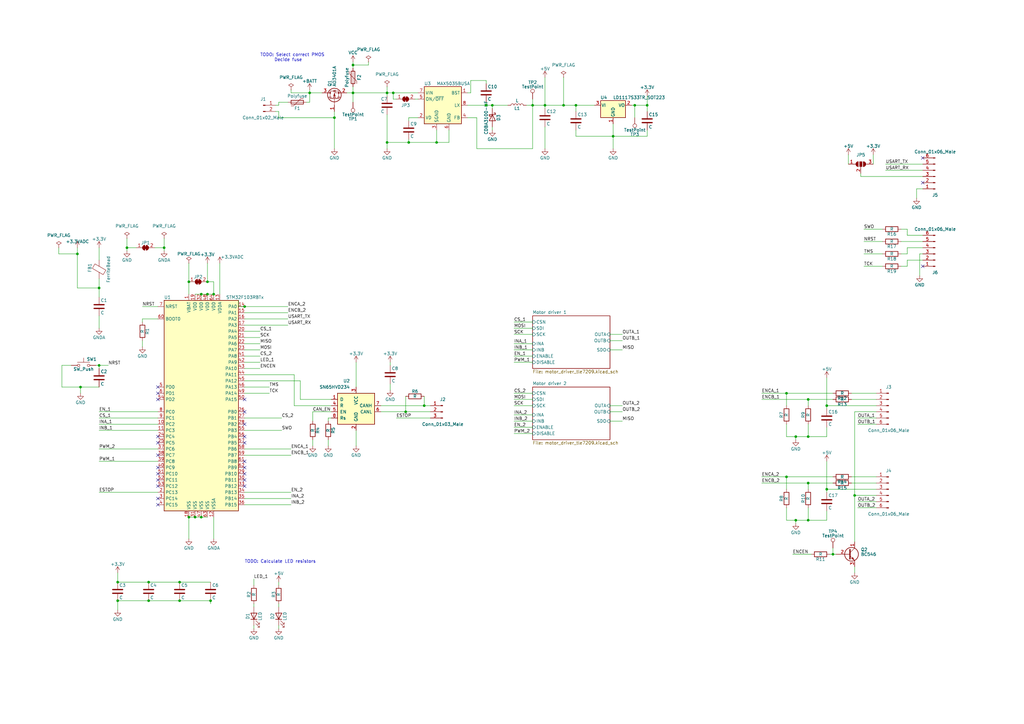
<source format=kicad_sch>
(kicad_sch (version 20211123) (generator eeschema)
  (paper "A3")
  (title_block (title "CANDrive") (rev "R1") (company "Dahlberg Technology"))
  (junction (at 85.09 115.57))
  (junction (at 144.78 38.1))
  (junction (at 80.01 212.09))
  (junction (at 48.26 238.76))
  (junction (at 331.47 163.83))
  (junction (at 339.09 200.66))
  (junction (at 265.43 43.18))
  (junction (at 331.47 179.07))
  (junction (at 77.47 212.09))
  (junction (at 350.52 203.2))
  (junction (at 231.14 43.18))
  (junction (at 144.78 26.67))
  (junction (at 223.52 43.18))
  (junction (at 166.37 168.91))
  (junction (at 260.35 43.18))
  (junction (at 326.39 179.07))
  (junction (at 218.44 43.18))
  (junction (at 158.75 38.1))
  (junction (at 331.47 213.36))
  (junction (at 60.96 238.76))
  (junction (at 167.64 58.42))
  (junction (at 85.09 120.65))
  (junction (at 322.58 161.29))
  (junction (at 322.58 195.58))
  (junction (at 173.99 166.37))
  (junction (at 199.39 43.18))
  (junction (at 73.66 246.38))
  (junction (at 33.02 158.75))
  (junction (at 60.96 246.38))
  (junction (at 179.07 58.42))
  (junction (at 201.93 43.18))
  (junction (at 331.47 198.12))
  (junction (at 339.09 166.37))
  (junction (at 161.29 38.1))
  (junction (at 82.55 212.09))
  (junction (at 326.39 213.36))
  (junction (at 86.36 246.38))
  (junction (at 251.46 55.88))
  (junction (at 158.75 58.42))
  (junction (at 31.75 104.14))
  (junction (at 100.33 125.73))
  (junction (at 52.07 101.6))
  (junction (at 236.22 43.18))
  (junction (at 127 38.1))
  (junction (at 67.31 101.6))
  (junction (at 40.64 118.11))
  (junction (at 48.26 246.38))
  (junction (at 77.47 115.57))
  (junction (at 82.55 120.65))
  (junction (at 137.16 48.26))
  (junction (at 341.63 227.33))
  (junction (at 40.64 149.86))
  (junction (at 87.63 120.65))
  (junction (at 73.66 238.76))
  (no_connect (at 100.33 199.39))
  (no_connect (at 64.77 196.85))
  (no_connect (at 100.33 181.61))
  (no_connect (at 64.77 161.29))
  (no_connect (at 100.33 189.23))
  (no_connect (at 100.33 179.07))
  (no_connect (at 64.77 163.83))
  (no_connect (at 64.77 204.47))
  (no_connect (at 378.46 64.77))
  (no_connect (at 64.77 191.77))
  (no_connect (at 100.33 173.99))
  (no_connect (at 64.77 158.75))
  (no_connect (at 100.33 196.85))
  (no_connect (at 64.77 179.07))
  (no_connect (at 64.77 199.39))
  (no_connect (at 100.33 194.31))
  (no_connect (at 64.77 186.69))
  (no_connect (at 100.33 191.77))
  (no_connect (at 64.77 207.01))
  (no_connect (at 100.33 168.91))
  (no_connect (at 378.46 109.22))
  (no_connect (at 100.33 163.83))
  (no_connect (at 64.77 194.31))
  (no_connect (at 378.46 74.93))
  (no_connect (at 64.77 181.61))
  (wire (pts (xy 40.64 176.53) (xy 64.77 176.53)))
  (wire (pts (xy 193.04 33.02) (xy 193.04 38.1)))
  (wire (pts (xy 85.09 120.65) (xy 87.63 120.65)))
  (wire (pts (xy 349.25 161.29) (xy 359.41 161.29)))
  (wire (pts (xy 40.64 118.11) (xy 40.64 121.92)))
  (wire (pts (xy 100.33 128.27) (xy 118.11 128.27)))
  (wire (pts (xy 210.82 163.83) (xy 218.44 163.83)))
  (wire (pts (xy 251.46 60.96) (xy 251.46 55.88)))
  (wire (pts (xy 40.64 114.3) (xy 40.64 118.11)))
  (wire (pts (xy 312.42 161.29) (xy 322.58 161.29)))
  (wire (pts (xy 77.47 107.95) (xy 77.47 115.57)))
  (wire (pts (xy 349.25 195.58) (xy 359.41 195.58)))
  (wire (pts (xy 199.39 34.29) (xy 199.39 33.02)))
  (wire (pts (xy 48.26 246.38) (xy 60.96 246.38)))
  (wire (pts (xy 125.73 41.91) (xy 127 41.91)))
  (wire (pts (xy 250.19 143.51) (xy 255.27 143.51)))
  (wire (pts (xy 210.82 134.62) (xy 218.44 134.62)))
  (wire (pts (xy 144.78 25.4) (xy 144.78 26.67)))
  (wire (pts (xy 160.02 157.48) (xy 160.02 160.02)))
  (wire (pts (xy 339.09 166.37) (xy 339.09 167.64)))
  (wire (pts (xy 372.11 101.6) (xy 372.11 104.14)))
  (wire (pts (xy 378.46 101.6) (xy 372.11 101.6)))
  (wire (pts (xy 260.35 43.18) (xy 265.43 43.18)))
  (wire (pts (xy 100.33 201.93) (xy 119.38 201.93)))
  (wire (pts (xy 265.43 53.34) (xy 265.43 55.88)))
  (wire (pts (xy 341.63 161.29) (xy 322.58 161.29)))
  (wire (pts (xy 167.64 58.42) (xy 179.07 58.42)))
  (wire (pts (xy 349.25 163.83) (xy 359.41 163.83)))
  (wire (pts (xy 322.58 161.29) (xy 322.58 166.37)))
  (wire (pts (xy 114.3 41.91) (xy 118.11 41.91)))
  (wire (pts (xy 331.47 213.36) (xy 326.39 213.36)))
  (wire (pts (xy 347.98 63.5) (xy 347.98 67.31)))
  (wire (pts (xy 48.26 234.95) (xy 48.26 238.76)))
  (wire (pts (xy 80.01 212.09) (xy 82.55 212.09)))
  (wire (pts (xy 104.14 237.49) (xy 104.14 240.03)))
  (wire (pts (xy 349.25 198.12) (xy 359.41 198.12)))
  (wire (pts (xy 236.22 53.34) (xy 236.22 55.88)))
  (wire (pts (xy 325.12 227.33) (xy 332.74 227.33)))
  (wire (pts (xy 375.92 77.47) (xy 375.92 81.28)))
  (wire (pts (xy 201.93 43.18) (xy 201.93 44.45)))
  (wire (pts (xy 372.11 106.68) (xy 372.11 109.22)))
  (wire (pts (xy 312.42 198.12) (xy 331.47 198.12)))
  (wire (pts (xy 363.22 69.85) (xy 378.46 69.85)))
  (wire (pts (xy 48.26 246.38) (xy 48.26 250.19)))
  (wire (pts (xy 158.75 38.1) (xy 158.75 39.37)))
  (wire (pts (xy 119.38 36.83) (xy 119.38 38.1)))
  (wire (pts (xy 144.78 26.67) (xy 144.78 27.94)))
  (wire (pts (xy 215.9 43.18) (xy 218.44 43.18)))
  (wire (pts (xy 369.57 109.22) (xy 372.11 109.22)))
  (wire (pts (xy 127 36.83) (xy 127 38.1)))
  (wire (pts (xy 40.64 129.54) (xy 40.64 134.62)))
  (wire (pts (xy 100.33 148.59) (xy 106.68 148.59)))
  (wire (pts (xy 67.31 102.87) (xy 67.31 101.6)))
  (wire (pts (xy 120.65 153.67) (xy 100.33 153.67)))
  (wire (pts (xy 146.05 148.59) (xy 146.05 158.75)))
  (wire (pts (xy 265.43 43.18) (xy 265.43 39.37)))
  (wire (pts (xy 210.82 148.59) (xy 218.44 148.59)))
  (wire (pts (xy 100.33 171.45) (xy 115.57 171.45)))
  (wire (pts (xy 191.77 43.18) (xy 199.39 43.18)))
  (wire (pts (xy 40.64 101.6) (xy 40.64 106.68)))
  (wire (pts (xy 210.82 132.08) (xy 218.44 132.08)))
  (wire (pts (xy 236.22 55.88) (xy 251.46 55.88)))
  (wire (pts (xy 158.75 35.56) (xy 158.75 38.1)))
  (wire (pts (xy 100.33 161.29) (xy 110.49 161.29)))
  (wire (pts (xy 259.08 43.18) (xy 260.35 43.18)))
  (wire (pts (xy 354.33 109.22) (xy 361.95 109.22)))
  (wire (pts (xy 265.43 43.18) (xy 265.43 45.72)))
  (wire (pts (xy 210.82 170.18) (xy 218.44 170.18)))
  (wire (pts (xy 58.42 130.81) (xy 58.42 132.08)))
  (wire (pts (xy 166.37 162.56) (xy 166.37 168.91)))
  (wire (pts (xy 223.52 43.18) (xy 223.52 44.45)))
  (wire (pts (xy 82.55 120.65) (xy 85.09 120.65)))
  (wire (pts (xy 339.09 200.66) (xy 339.09 201.93)))
  (wire (pts (xy 100.33 130.81) (xy 118.11 130.81)))
  (wire (pts (xy 341.63 198.12) (xy 331.47 198.12)))
  (wire (pts (xy 100.33 140.97) (xy 106.68 140.97)))
  (wire (pts (xy 128.27 180.34) (xy 128.27 182.88)))
  (wire (pts (xy 326.39 213.36) (xy 326.39 214.63)))
  (wire (pts (xy 339.09 209.55) (xy 339.09 213.36)))
  (wire (pts (xy 223.52 52.07) (xy 223.52 60.96)))
  (wire (pts (xy 218.44 40.64) (xy 218.44 43.18)))
  (wire (pts (xy 210.82 177.8) (xy 218.44 177.8)))
  (wire (pts (xy 250.19 168.91) (xy 255.27 168.91)))
  (wire (pts (xy 231.14 43.18) (xy 236.22 43.18)))
  (wire (pts (xy 90.17 107.95) (xy 90.17 120.65)))
  (wire (pts (xy 341.63 195.58) (xy 322.58 195.58)))
  (wire (pts (xy 191.77 38.1) (xy 193.04 38.1)))
  (wire (pts (xy 40.64 201.93) (xy 64.77 201.93)))
  (wire (pts (xy 351.79 205.74) (xy 359.41 205.74)))
  (wire (pts (xy 82.55 212.09) (xy 85.09 212.09)))
  (wire (pts (xy 171.45 48.26) (xy 167.64 48.26)))
  (wire (pts (xy 201.93 43.18) (xy 208.28 43.18)))
  (wire (pts (xy 77.47 115.57) (xy 77.47 120.65)))
  (wire (pts (xy 173.99 166.37) (xy 176.53 166.37)))
  (wire (pts (xy 33.02 158.75) (xy 40.64 158.75)))
  (wire (pts (xy 104.14 256.54) (xy 104.14 257.81)))
  (wire (pts (xy 195.58 48.26) (xy 195.58 60.96)))
  (wire (pts (xy 135.89 163.83) (xy 123.19 163.83)))
  (wire (pts (xy 40.64 149.86) (xy 44.45 149.86)))
  (wire (pts (xy 114.3 43.18) (xy 114.3 41.91)))
  (wire (pts (xy 135.89 171.45) (xy 134.62 171.45)))
  (wire (pts (xy 199.39 41.91) (xy 199.39 43.18)))
  (wire (pts (xy 353.06 72.39) (xy 353.06 71.12)))
  (wire (pts (xy 73.66 246.38) (xy 86.36 246.38)))
  (wire (pts (xy 156.21 168.91) (xy 166.37 168.91)))
  (wire (pts (xy 372.11 96.52) (xy 372.11 93.98)))
  (wire (pts (xy 199.39 43.18) (xy 201.93 43.18)))
  (wire (pts (xy 341.63 224.79) (xy 341.63 227.33)))
  (wire (pts (xy 31.75 118.11) (xy 40.64 118.11)))
  (wire (pts (xy 24.13 104.14) (xy 31.75 104.14)))
  (wire (pts (xy 58.42 139.7) (xy 58.42 142.24)))
  (wire (pts (xy 236.22 43.18) (xy 243.84 43.18)))
  (wire (pts (xy 331.47 173.99) (xy 331.47 179.07)))
  (wire (pts (xy 100.33 125.73) (xy 118.11 125.73)))
  (wire (pts (xy 123.19 156.21) (xy 100.33 156.21)))
  (wire (pts (xy 223.52 31.75) (xy 223.52 43.18)))
  (wire (pts (xy 173.99 162.56) (xy 173.99 166.37)))
  (wire (pts (xy 137.16 45.72) (xy 137.16 48.26)))
  (wire (pts (xy 378.46 77.47) (xy 375.92 77.47)))
  (wire (pts (xy 128.27 168.91) (xy 135.89 168.91)))
  (wire (pts (xy 73.66 238.76) (xy 86.36 238.76)))
  (wire (pts (xy 339.09 213.36) (xy 331.47 213.36)))
  (wire (pts (xy 359.41 168.91) (xy 350.52 168.91)))
  (wire (pts (xy 144.78 38.1) (xy 144.78 41.91)))
  (wire (pts (xy 341.63 227.33) (xy 340.36 227.33)))
  (wire (pts (xy 236.22 43.18) (xy 236.22 45.72)))
  (wire (pts (xy 127 41.91) (xy 127 38.1)))
  (wire (pts (xy 260.35 43.18) (xy 260.35 48.26)))
  (wire (pts (xy 67.31 97.79) (xy 67.31 101.6)))
  (wire (pts (xy 363.22 67.31) (xy 378.46 67.31)))
  (wire (pts (xy 134.62 171.45) (xy 134.62 172.72)))
  (wire (pts (xy 158.75 38.1) (xy 161.29 38.1)))
  (wire (pts (xy 265.43 55.88) (xy 251.46 55.88)))
  (wire (pts (xy 378.46 96.52) (xy 372.11 96.52)))
  (wire (pts (xy 85.09 115.57) (xy 87.63 115.57)))
  (wire (pts (xy 52.07 102.87) (xy 52.07 101.6)))
  (wire (pts (xy 378.46 106.68) (xy 372.11 106.68)))
  (wire (pts (xy 326.39 179.07) (xy 326.39 180.34)))
  (wire (pts (xy 97.79 123.19) (xy 97.79 125.73)))
  (wire (pts (xy 250.19 166.37) (xy 255.27 166.37)))
  (wire (pts (xy 331.47 179.07) (xy 326.39 179.07)))
  (wire (pts (xy 167.64 57.15) (xy 167.64 58.42)))
  (wire (pts (xy 120.65 166.37) (xy 120.65 153.67)))
  (wire (pts (xy 166.37 168.91) (xy 176.53 168.91)))
  (wire (pts (xy 24.13 101.6) (xy 24.13 104.14)))
  (wire (pts (xy 359.41 200.66) (xy 339.09 200.66)))
  (wire (pts (xy 144.78 38.1) (xy 158.75 38.1)))
  (wire (pts (xy 29.21 149.86) (xy 25.4 149.86)))
  (wire (pts (xy 191.77 48.26) (xy 195.58 48.26)))
  (wire (pts (xy 351.79 208.28) (xy 359.41 208.28)))
  (wire (pts (xy 25.4 158.75) (xy 33.02 158.75)))
  (wire (pts (xy 351.79 171.45) (xy 359.41 171.45)))
  (wire (pts (xy 80.01 120.65) (xy 82.55 120.65)))
  (wire (pts (xy 33.02 158.75) (xy 33.02 161.29)))
  (wire (pts (xy 85.09 107.95) (xy 85.09 115.57)))
  (wire (pts (xy 100.33 176.53) (xy 115.57 176.53)))
  (wire (pts (xy 322.58 208.28) (xy 322.58 213.36)))
  (wire (pts (xy 210.82 172.72) (xy 218.44 172.72)))
  (wire (pts (xy 250.19 137.16) (xy 255.27 137.16)))
  (wire (pts (xy 372.11 93.98) (xy 369.57 93.98)))
  (wire (pts (xy 100.33 135.89) (xy 106.68 135.89)))
  (wire (pts (xy 151.13 26.67) (xy 144.78 26.67)))
  (wire (pts (xy 114.3 256.54) (xy 114.3 257.81)))
  (wire (pts (xy 250.19 172.72) (xy 255.27 172.72)))
  (wire (pts (xy 144.78 35.56) (xy 144.78 38.1)))
  (wire (pts (xy 322.58 173.99) (xy 322.58 179.07)))
  (wire (pts (xy 158.75 46.99) (xy 158.75 58.42)))
  (wire (pts (xy 113.03 45.72) (xy 114.3 45.72)))
  (wire (pts (xy 100.33 207.01) (xy 119.38 207.01)))
  (wire (pts (xy 179.07 53.34) (xy 179.07 58.42)))
  (wire (pts (xy 312.42 163.83) (xy 331.47 163.83)))
  (wire (pts (xy 210.82 140.97) (xy 218.44 140.97)))
  (wire (pts (xy 64.77 130.81) (xy 58.42 130.81)))
  (wire (pts (xy 100.33 204.47) (xy 119.38 204.47)))
  (wire (pts (xy 114.3 48.26) (xy 137.16 48.26)))
  (wire (pts (xy 341.63 163.83) (xy 331.47 163.83)))
  (wire (pts (xy 167.64 48.26) (xy 167.64 49.53)))
  (wire (pts (xy 135.89 166.37) (xy 120.65 166.37)))
  (wire (pts (xy 223.52 43.18) (xy 231.14 43.18)))
  (wire (pts (xy 158.75 58.42) (xy 167.64 58.42)))
  (wire (pts (xy 31.75 101.6) (xy 31.75 104.14)))
  (wire (pts (xy 160.02 148.59) (xy 160.02 149.86)))
  (wire (pts (xy 123.19 163.83) (xy 123.19 156.21)))
  (wire (pts (xy 156.21 166.37) (xy 173.99 166.37)))
  (wire (pts (xy 350.52 168.91) (xy 350.52 203.2)))
  (wire (pts (xy 114.3 45.72) (xy 114.3 48.26)))
  (wire (pts (xy 40.64 173.99) (xy 64.77 173.99)))
  (wire (pts (xy 127 38.1) (xy 132.08 38.1)))
  (wire (pts (xy 77.47 212.09) (xy 80.01 212.09)))
  (wire (pts (xy 114.3 247.65) (xy 114.3 248.92)))
  (wire (pts (xy 137.16 48.26) (xy 137.16 60.96)))
  (wire (pts (xy 104.14 247.65) (xy 104.14 248.92)))
  (wire (pts (xy 31.75 104.14) (xy 31.75 118.11)))
  (wire (pts (xy 331.47 198.12) (xy 331.47 200.66)))
  (wire (pts (xy 339.09 166.37) (xy 339.09 154.94)))
  (wire (pts (xy 67.31 101.6) (xy 63.5 101.6)))
  (wire (pts (xy 372.11 104.14) (xy 369.57 104.14)))
  (wire (pts (xy 210.82 143.51) (xy 218.44 143.51)))
  (wire (pts (xy 184.15 53.34) (xy 184.15 58.42)))
  (wire (pts (xy 161.29 40.64) (xy 161.29 38.1)))
  (wire (pts (xy 128.27 168.91) (xy 128.27 172.72)))
  (wire (pts (xy 52.07 101.6) (xy 55.88 101.6)))
  (wire (pts (xy 339.09 175.26) (xy 339.09 179.07)))
  (wire (pts (xy 377.19 104.14) (xy 377.19 113.03)))
  (wire (pts (xy 40.64 184.15) (xy 64.77 184.15)))
  (wire (pts (xy 359.41 203.2) (xy 350.52 203.2)))
  (wire (pts (xy 201.93 52.07) (xy 201.93 53.34)))
  (wire (pts (xy 77.47 212.09) (xy 77.47 220.98)))
  (wire (pts (xy 134.62 182.88) (xy 134.62 180.34)))
  (wire (pts (xy 162.56 40.64) (xy 161.29 40.64)))
  (wire (pts (xy 312.42 195.58) (xy 322.58 195.58)))
  (wire (pts (xy 354.33 104.14) (xy 361.95 104.14)))
  (wire (pts (xy 195.58 60.96) (xy 218.44 60.96)))
  (wire (pts (xy 322.58 195.58) (xy 322.58 200.66)))
  (wire (pts (xy 339.09 179.07) (xy 331.47 179.07)))
  (wire (pts (xy 342.9 227.33) (xy 341.63 227.33)))
  (wire (pts (xy 210.82 161.29) (xy 218.44 161.29)))
  (wire (pts (xy 100.33 151.13) (xy 106.68 151.13)))
  (wire (pts (xy 322.58 213.36) (xy 326.39 213.36)))
  (wire (pts (xy 40.64 171.45) (xy 64.77 171.45)))
  (wire (pts (xy 199.39 33.02) (xy 193.04 33.02)))
  (wire (pts (xy 146.05 182.88) (xy 146.05 176.53)))
  (wire (pts (xy 100.33 186.69) (xy 119.38 186.69)))
  (wire (pts (xy 100.33 133.35) (xy 118.11 133.35)))
  (wire (pts (xy 350.52 203.2) (xy 350.52 222.25)))
  (wire (pts (xy 210.82 137.16) (xy 218.44 137.16)))
  (wire (pts (xy 113.03 43.18) (xy 114.3 43.18)))
  (wire (pts (xy 97.79 125.73) (xy 100.33 125.73)))
  (wire (pts (xy 52.07 97.79) (xy 52.07 101.6)))
  (wire (pts (xy 331.47 208.28) (xy 331.47 213.36)))
  (wire (pts (xy 179.07 58.42) (xy 184.15 58.42)))
  (wire (pts (xy 250.19 139.7) (xy 255.27 139.7)))
  (wire (pts (xy 354.33 99.06) (xy 361.95 99.06)))
  (wire (pts (xy 359.41 166.37) (xy 339.09 166.37)))
  (wire (pts (xy 142.24 38.1) (xy 144.78 38.1)))
  (wire (pts (xy 48.26 238.76) (xy 60.96 238.76)))
  (wire (pts (xy 354.33 93.98) (xy 361.95 93.98)))
  (wire (pts (xy 210.82 166.37) (xy 218.44 166.37)))
  (wire (pts (xy 350.52 232.41) (xy 350.52 234.95)))
  (wire (pts (xy 161.29 38.1) (xy 171.45 38.1)))
  (wire (pts (xy 40.64 149.86) (xy 40.64 151.13)))
  (wire (pts (xy 100.33 138.43) (xy 106.68 138.43)))
  (wire (pts (xy 353.06 72.39) (xy 378.46 72.39)))
  (wire (pts (xy 100.33 184.15) (xy 119.38 184.15)))
  (wire (pts (xy 114.3 238.76) (xy 114.3 240.03)))
  (wire (pts (xy 231.14 31.75) (xy 231.14 43.18)))
  (wire (pts (xy 162.56 171.45) (xy 176.53 171.45)))
  (wire (pts (xy 87.63 115.57) (xy 87.63 120.65)))
  (wire (pts (xy 251.46 55.88) (xy 251.46 50.8)))
  (wire (pts (xy 322.58 179.07) (xy 326.39 179.07)))
  (wire (pts (xy 100.33 158.75) (xy 110.49 158.75)))
  (wire (pts (xy 339.09 200.66) (xy 339.09 189.23)))
  (wire (pts (xy 218.44 60.96) (xy 218.44 43.18)))
  (wire (pts (xy 39.37 149.86) (xy 40.64 149.86)))
  (wire (pts (xy 40.64 189.23) (xy 64.77 189.23)))
  (wire (pts (xy 218.44 43.18) (xy 223.52 43.18)))
  (wire (pts (xy 100.33 146.05) (xy 106.68 146.05)))
  (wire (pts (xy 158.75 58.42) (xy 158.75 60.96)))
  (wire (pts (xy 151.13 25.4) (xy 151.13 26.67)))
  (wire (pts (xy 369.57 99.06) (xy 378.46 99.06)))
  (wire (pts (xy 351.79 173.99) (xy 359.41 173.99)))
  (wire (pts (xy 86.36 246.38) (xy 86.36 247.65)))
  (wire (pts (xy 210.82 175.26) (xy 218.44 175.26)))
  (wire (pts (xy 358.14 63.5) (xy 358.14 67.31)))
  (wire (pts (xy 170.18 40.64) (xy 171.45 40.64)))
  (wire (pts (xy 58.42 125.73) (xy 64.77 125.73)))
  (wire (pts (xy 378.46 104.14) (xy 377.19 104.14)))
  (wire (pts (xy 60.96 246.38) (xy 73.66 246.38)))
  (wire (pts (xy 25.4 149.86) (xy 25.4 158.75)))
  (wire (pts (xy 331.47 163.83) (xy 331.47 166.37)))
  (wire (pts (xy 87.63 212.09) (xy 87.63 220.98)))
  (wire (pts (xy 100.33 143.51) (xy 106.68 143.51)))
  (wire (pts (xy 40.64 168.91) (xy 64.77 168.91)))
  (wire (pts (xy 60.96 238.76) (xy 73.66 238.76)))
  (wire (pts (xy 119.38 38.1) (xy 127 38.1)))
  (wire (pts (xy 210.82 146.05) (xy 218.44 146.05)))
  (text "TODO: Calculate LED resistors" (at 100.33 231.14 0) (effects (font (size 1.27 1.27)) (justify left bottom)))
  (text "TODO: Select correct PMOS\n      Decide fuse" (at 106.68 25.4 0) (effects (font (size 1.27 1.27)) (justify left bottom)))
  (label "OUTA_1" (at 351.79 171.45 0))
  (label "INB_2" (at 119.38 207.01 0))
  (label "ENCEN" (at 325.12 227.33 0))
  (label "ENCB_2" (at 118.11 128.27 0))
  (label "PWM_2" (at 40.64 184.15 0))
  (label "SCK" (at 106.68 138.43 0))
  (label "NRST" (at 354.33 99.06 0))
  (label "MOSI" (at 210.82 163.83 0))
  (label "CS_1" (at 210.82 132.08 0))
  (label "CS_1" (at 40.64 171.45 0))
  (label "LED_1" (at 104.14 237.49 0))
  (label "CAN_EN" (at 128.27 168.91 0))
  (label "MOSI" (at 106.68 143.51 0))
  (label "TMS" (at 354.33 104.14 0))
  (label "OUTB_2" (at 255.27 168.91 0))
  (label "PWM_1" (at 210.82 148.59 0))
  (label "INA_2" (at 210.82 170.18 0))
  (label "USART_TX" (at 363.22 67.31 0))
  (label "SCK" (at 210.82 137.16 0))
  (label "INA_2" (at 119.38 204.47 0))
  (label "TCK" (at 354.33 109.22 0))
  (label "EN_2" (at 119.38 201.93 0))
  (label "CS_2" (at 115.57 171.45 0))
  (label "INB_1" (at 210.82 143.51 0))
  (label "MISO" (at 255.27 172.72 0))
  (label "PWM_1" (at 40.64 189.23 0))
  (label "SCK" (at 210.82 166.37 0))
  (label "NRST" (at 58.42 125.73 0))
  (label "ENCEN" (at 106.68 151.13 0))
  (label "ESTOP" (at 162.56 171.45 0))
  (label "ENCB_1" (at 312.42 163.83 0))
  (label "INB_1" (at 40.64 176.53 0))
  (label "SWO" (at 115.57 176.53 0))
  (label "EN_1" (at 210.82 146.05 0))
  (label "LED_1" (at 106.68 148.59 0))
  (label "OUTB_1" (at 351.79 173.99 0))
  (label "USART_RX" (at 118.11 133.35 0))
  (label "INB_2" (at 210.82 172.72 0))
  (label "SWO" (at 354.33 93.98 0))
  (label "CS_1" (at 106.68 135.89 0))
  (label "INA_1" (at 40.64 173.99 0))
  (label "NRST" (at 44.45 149.86 0))
  (label "OUTA_1" (at 255.27 137.16 0))
  (label "ENCA_2" (at 118.11 125.73 0))
  (label "CS_2" (at 106.68 146.05 0))
  (label "ENCA_1" (at 312.42 161.29 0))
  (label "ENCA_1" (at 119.38 184.15 0))
  (label "ESTOP" (at 40.64 201.93 0))
  (label "EN_2" (at 210.82 175.26 0))
  (label "CS_2" (at 210.82 161.29 0))
  (label "ENCB_1" (at 119.38 186.69 0))
  (label "OUTB_1" (at 255.27 139.7 0))
  (label "ENCB_2" (at 312.42 198.12 0))
  (label "ENCA_2" (at 312.42 195.58 0))
  (label "OUTA_2" (at 351.79 205.74 0))
  (label "EN_1" (at 40.64 168.91 0))
  (label "USART_TX" (at 118.11 130.81 0))
  (label "USART_RX" (at 363.22 69.85 0))
  (label "OUTB_2" (at 351.79 208.28 0))
  (label "MOSI" (at 210.82 134.62 0))
  (label "INA_1" (at 210.82 140.97 0))
  (label "TMS" (at 110.49 158.75 0))
  (label "MISO" (at 106.68 140.97 0))
  (label "PWM_2" (at 210.82 177.8 0))
  (label "TCK" (at 110.49 161.29 0))
  (label "MISO" (at 255.27 143.51 0))
  (label "OUTA_2" (at 255.27 166.37 0))
  (symbol (lib_id "Interface_CAN_LIN:SN65HVD234") (at 146.05 166.37 0) (unit 1)
    (property "Reference" "U2" (at 143.51 156.21 0) (effects (justify right)))
    (property "Value" "SN65HVD234" (at 143.51 158.75 0) (effects (justify right)))
    (property "Footprint" "Package_SO:SOIC-8_3.9x4.9mm_P1.27mm" (effects hide))
    (property "Datasheet" "http://www.ti.com/lit/ds/symlink/sn65hvd234.pdf" (effects hide))
  )
  (symbol (lib_id "MCU_ST_STM32F1:STM32F103RBTx") (at 82.55 166.37 0) (unit 1)
    (property "Reference" "U1" (at 67.31 121.92 0) (effects (justify left)))
    (property "Value" "STM32F103RBTx" (at 92.71 121.92 0) (effects (justify left)))
    (property "Footprint" "Package_QFP:LQFP-64_10x10mm_P0.5mm" (effects hide))
    (property "Datasheet" "http://www.st.com/st-web-ui/static/active/en/resource/technical/document/datasheet/CD00161566.pdf" (effects hide))
  )
  (symbol (lib_id "Regulator_Linear:LD1117S33TR_SOT223") (at 251.46 43.18 0) (unit 1)
    (property "Reference" "U4" (at 247.65 40.005 0))
    (property "Value" "LD1117S33TR_SOT223" (at 251.46 40.005 0) (effects (justify left)))
    (property "Footprint" "Package_TO_SOT_SMD:SOT-223-3_TabPin2" (effects hide))
    (property "Datasheet" "http://www.st.com/st-web-ui/static/active/en/resource/technical/document/datasheet/CD00000544.pdf" (effects hide))
  )
  (symbol (lib_id "power:GND") (at 251.46 60.96 0) (unit 1)
    (property "Reference" "#PWR036" (effects hide))
    (property "Value" "GND" (at 251.46 64.77 0))
  )
  (symbol (lib_id "power:+3.3V") (at 265.43 39.37 0) (unit 1)
    (property "Reference" "#PWR037" (effects hide))
    (property "Value" "+3.3V" (at 265.43 35.814 0))
  )
  (symbol (lib_id "power:+3.3V") (at 146.05 148.59 0) (unit 1)
    (property "Reference" "#PWR022" (effects hide))
    (property "Value" "+3.3V" (at 146.05 145.034 0))
  )
  (symbol (lib_id "power:GND") (at 146.05 182.88 0) (unit 1)
    (property "Reference" "#PWR023" (effects hide))
    (property "Value" "GND" (at 146.05 186.69 0))
  )
  (symbol (lib_id "Device:R") (at 134.62 176.53 0) (unit 1)
    (property "Reference" "R5" (at 136.652 176.53 90))
    (property "Value" "R" (at 134.62 176.53 90))
    (property "Footprint" "Resistor_SMD:R_0805_2012Metric_Pad1.20x1.40mm_HandSolder" (effects hide))
  )
  (symbol (lib_id "power:GND") (at 134.62 182.88 0) (unit 1)
    (property "Reference" "#PWR019" (effects hide))
    (property "Value" "GND" (at 134.62 186.69 0))
  )
  (symbol (lib_id "power:GND") (at 326.39 180.34 0) (unit 1)
    (property "Reference" "#PWR038" (effects hide))
    (property "Value" "GND" (at 326.39 184.15 0))
  )
  (symbol (lib_id "power:GNDA") (at 40.64 134.62 0) (unit 1)
    (property "Reference" "#PWR04" (effects hide))
    (property "Value" "GNDA" (at 40.64 138.43 0))
  )
  (symbol (lib_id "power:+3.3VADC") (at 31.75 101.6 0) (unit 1)
    (property "Reference" "#PWR01" (effects hide))
    (property "Value" "+3.3VADC" (at 31.75 99.06 0))
  )
  (symbol (lib_id "Device:R") (at 322.58 204.47 180) (unit 1)
    (property "Reference" "R8" (at 320.548 204.47 90))
    (property "Value" "R" (at 322.58 204.47 90))
    (property "Footprint" "Resistor_SMD:R_0805_2012Metric_Pad1.20x1.40mm_HandSolder" (effects hide))
  )
  (symbol (lib_id "Device:R") (at 345.44 163.83 270) (unit 1)
    (property "Reference" "R13" (at 345.44 165.862 90))
    (property "Value" "R" (at 345.44 163.83 90))
    (property "Footprint" "Resistor_SMD:R_0805_2012Metric_Pad1.20x1.40mm_HandSolder" (effects hide))
  )
  (symbol (lib_id "power:GND") (at 48.26 250.19 0) (unit 1)
    (property "Reference" "#PWR06" (effects hide))
    (property "Value" "GND" (at 48.26 254 0))
  )
  (symbol (lib_id "Device:R") (at 114.3 243.84 180) (unit 1)
    (property "Reference" "R3" (at 112.268 243.84 90))
    (property "Value" "R" (at 114.3 243.84 90))
    (property "Footprint" "Resistor_SMD:R_0805_2012Metric_Pad1.20x1.40mm_HandSolder" (effects hide))
  )
  (symbol (lib_id "power:VCC") (at 144.78 25.4 0) (unit 1)
    (property "Reference" "#PWR021" (effects hide))
    (property "Value" "VCC" (at 144.78 21.59 0))
  )
  (symbol (lib_id "Connector:TestPoint") (at 341.63 224.79 0) (unit 1)
    (property "Reference" "TP4" (at 341.63 217.932 0))
    (property "Value" "TestPoint" (at 341.63 219.71 0))
    (property "Footprint" "TestPoint:TestPoint_THTPad_D1.0mm_Drill0.5mm" (effects hide))
  )
  (symbol (lib_id "power:GND") (at 326.39 214.63 0) (unit 1)
    (property "Reference" "#PWR039" (effects hide))
    (property "Value" "GND" (at 326.39 218.44 0))
  )
  (symbol (lib_id "power:PWR_FLAG") (at 231.14 31.75 0) (unit 1)
    (property "Reference" "#FLG07" (effects hide))
    (property "Value" "PWR_FLAG" (at 231.14 26.67 0))
  )
  (symbol (lib_id "Device:R") (at 331.47 204.47 180) (unit 1)
    (property "Reference" "R10" (at 329.438 204.47 90))
    (property "Value" "R" (at 331.47 204.47 90))
    (property "Footprint" "Resistor_SMD:R_0805_2012Metric_Pad1.20x1.40mm_HandSolder" (effects hide))
  )
  (symbol (lib_id "power:GNDA") (at 87.63 220.98 0) (unit 1)
    (property "Reference" "#PWR012" (effects hide))
    (property "Value" "GNDA" (at 87.63 224.79 0))
  )
  (symbol (lib_id "power:GND") (at 158.75 60.96 0) (unit 1)
    (property "Reference" "#PWR024" (effects hide))
    (property "Value" "GND" (at 158.75 64.77 0))
  )
  (symbol (lib_id "Connector:Conn_01x03_Male") (at 181.61 168.91 0) (mirror y) (unit 1)
    (property "Reference" "J2" (at 181.61 163.83 0))
    (property "Value" "Conn_01x03_Male" (at 181.61 173.99 0))
    (property "Footprint" "Connector_PinHeader_2.54mm:PinHeader_1x03_P2.54mm_Horizontal" (effects hide))
  )
  (symbol (lib_id "power:PWR_FLAG") (at 24.13 101.6 0) (unit 1)
    (property "Reference" "#FLG01" (effects hide))
    (property "Value" "PWR_FLAG" (at 24.13 96.52 0))
  )
  (symbol (lib_id "Jumper:SolderJumper_2_Bridged") (at 59.69 101.6 0) (unit 1)
    (property "Reference" "JP1" (at 59.69 99.568 0))
    (property "Value" "SolderJumper_2_Bridged" (effects hide))
    (property "Footprint" "Jumper:SolderJumper-2_P1.3mm_Open_TrianglePad1.0x1.5mm" (effects hide))
  )
  (symbol (lib_id "Connector:Conn_01x06_Male") (at 364.49 166.37 0) (mirror y) (unit 1)
    (property "Reference" "J3" (at 364.49 158.75 0))
    (property "Value" "Conn_01x06_Male" (at 364.49 176.53 0))
    (property "Footprint" "Connector_PinHeader_2.54mm:PinHeader_1x06_P2.54mm_Horizontal" (effects hide))
  )
  (symbol (lib_id "Device:C") (at 40.64 125.73 0) (unit 1)
    (property "Reference" "C1" (at 41.275 123.19 0) (effects (justify left)))
    (property "Value" "C" (at 41.275 128.27 0) (effects (justify left)))
    (property "Footprint" "Capacitor_SMD:C_0805_2012Metric_Pad1.18x1.45mm_HandSolder" (effects hide))
  )
  (symbol (lib_id "Device:C") (at 339.09 205.74 0) (unit 1)
    (property "Reference" "C17" (at 339.725 203.2 0) (effects (justify left)))
    (property "Value" "C" (at 339.725 208.28 0) (effects (justify left)))
    (property "Footprint" "Capacitor_SMD:C_0805_2012Metric_Pad1.18x1.45mm_HandSolder" (effects hide))
  )
  (symbol (lib_id "Connector:Conn_01x06_Male") (at 364.49 200.66 0) (mirror y) (unit 1)
    (property "Reference" "J4" (at 364.49 193.04 0))
    (property "Value" "Conn_01x06_Male" (at 364.49 210.82 0))
    (property "Footprint" "Connector_PinHeader_2.54mm:PinHeader_1x06_P2.54mm_Horizontal" (effects hide))
  )
  (symbol (lib_id "power:+3.3V") (at 40.64 101.6 0) (unit 1)
    (property "Reference" "#PWR03" (effects hide))
    (property "Value" "+3.3V" (at 40.64 98.044 0))
  )
  (symbol (lib_id "power:GND") (at 137.16 60.96 0) (unit 1)
    (property "Reference" "#PWR020" (effects hide))
    (property "Value" "GND" (at 137.16 64.77 0))
  )
  (symbol (lib_id "Device:C") (at 73.66 242.57 0) (unit 1)
    (property "Reference" "C5" (at 74.295 240.03 0) (effects (justify left)))
    (property "Value" "C" (at 74.295 245.11 0) (effects (justify left)))
    (property "Footprint" "Capacitor_SMD:C_0805_2012Metric_Pad1.18x1.45mm_HandSolder" (effects hide))
  )
  (symbol (lib_id "Device:R") (at 336.55 227.33 270) (unit 1)
    (property "Reference" "R11" (at 336.55 229.362 90))
    (property "Value" "R" (at 336.55 227.33 90))
    (property "Footprint" "Resistor_SMD:R_0805_2012Metric_Pad1.20x1.40mm_HandSolder" (effects hide))
  )
  (symbol (lib_id "power:GND") (at 201.93 53.34 0) (unit 1)
    (property "Reference" "#PWR027" (effects hide))
    (property "Value" "GND" (at 201.93 57.15 0))
  )
  (symbol (lib_id "Jumper:SolderJumper_2_Bridged") (at 166.37 40.64 0) (unit 1) (in_bom no)
    (property "Reference" "JP3" (at 166.37 43.18 0))
    (property "Value" "SolderJumper_2_Bridged" (effects hide))
    (property "Footprint" "Jumper:SolderJumper-2_P1.3mm_Open_TrianglePad1.0x1.5mm" (effects hide))
  )
  (symbol (lib_id "Device:R") (at 128.27 176.53 0) (unit 1)
    (property "Reference" "R4" (at 130.302 176.53 90))
    (property "Value" "R" (at 128.27 176.53 90))
    (property "Footprint" "Resistor_SMD:R_0805_2012Metric_Pad1.20x1.40mm_HandSolder" (effects hide))
  )
  (symbol (lib_id "power:GND") (at 128.27 182.88 0) (unit 1)
    (property "Reference" "#PWR018" (effects hide))
    (property "Value" "GND" (at 128.27 186.69 0))
  )
  (symbol (lib_id "Device:R") (at 322.58 170.18 180) (unit 1)
    (property "Reference" "R7" (at 320.548 170.18 90))
    (property "Value" "R" (at 322.58 170.18 90))
    (property "Footprint" "Resistor_SMD:R_0805_2012Metric_Pad1.20x1.40mm_HandSolder" (effects hide))
  )
  (symbol (lib_id "Connector:TestPoint") (at 218.44 40.64 0) (unit 1)
    (property "Reference" "TP2" (at 218.44 33.782 0))
    (property "Value" "TestPoint" (at 218.44 35.56 0))
    (property "Footprint" "TestPoint:TestPoint_THTPad_D1.0mm_Drill0.5mm" (effects hide))
  )
  (symbol (lib_id "Transistor_BJT:BC546") (at 347.98 227.33 0) (unit 1)
    (property "Reference" "Q2" (at 353.06 225.425 0) (effects (justify left)))
    (property "Value" "BC546" (at 353.06 227.33 0) (effects (justify left)))
    (property "Footprint" "Package_TO_SOT_THT:TO-92_Inline" (effects hide))
    (property "Datasheet" "https://www.onsemi.com/pub/Collateral/BC550-D.pdf" (effects hide))
  )
  (symbol (lib_id "Device:LED") (at 104.14 252.73 90) (unit 1)
    (property "Reference" "D1" (at 101.6 252.73 0))
    (property "Value" "LED" (at 106.68 252.73 0))
    (property "Footprint" "LED_SMD:LED_0805_2012Metric_Pad1.15x1.40mm_HandSolder" (effects hide))
  )
  (symbol (lib_id "Device:Polyfuse") (at 144.78 31.75 180) (unit 1)
    (property "Reference" "F2" (at 147.32 31.75 90))
    (property "Value" "Polyfuse" (at 142.24 31.75 90))
    (property "Footprint" "Fuse:Fuse_Bourns_MF-RHT300" (effects hide))
  )
  (symbol (lib_id "Device:C") (at 339.09 171.45 0) (unit 1)
    (property "Reference" "C16" (at 339.725 168.91 0) (effects (justify left)))
    (property "Value" "C" (at 339.725 173.99 0) (effects (justify left)))
    (property "Footprint" "Capacitor_SMD:C_0805_2012Metric_Pad1.18x1.45mm_HandSolder" (effects hide))
  )
  (symbol (lib_id "Device:C") (at 199.39 38.1 0) (unit 1)
    (property "Reference" "C10" (at 200.025 35.56 0) (effects (justify left)))
    (property "Value" "C" (at 200.025 40.64 0) (effects (justify left)))
    (property "Footprint" "Capacitor_SMD:C_0805_2012Metric_Pad1.18x1.45mm_HandSolder" (effects hide))
  )
  (symbol (lib_id "power:PWR_FLAG") (at 119.38 36.83 0) (unit 1)
    (property "Reference" "#FLG05" (effects hide))
    (property "Value" "PWR_FLAG" (at 119.38 31.75 0))
  )
  (symbol (lib_id "Device:L") (at 212.09 43.18 90) (unit 1)
    (property "Reference" "L1" (at 212.09 44.45 90))
    (property "Value" "L" (at 212.09 41.275 90))
    (property "Footprint" "Inductor_SMD:L_0805_2012Metric_Pad1.05x1.20mm_HandSolder" (effects hide))
  )
  (symbol (lib_id "Device:C") (at 167.64 53.34 0) (unit 1)
    (property "Reference" "C9" (at 168.275 50.8 0) (effects (justify left)))
    (property "Value" "C" (at 168.275 55.88 0) (effects (justify left)))
    (property "Footprint" "Capacitor_SMD:C_0805_2012Metric_Pad1.18x1.45mm_HandSolder" (effects hide))
  )
  (symbol (lib_id "power:PWR_FLAG") (at 151.13 25.4 0) (unit 1)
    (property "Reference" "#FLG0101" (effects hide))
    (property "Value" "PWR_FLAG" (at 151.13 20.32 0))
  )
  (symbol (lib_id "Device:C") (at 236.22 49.53 0) (unit 1)
    (property "Reference" "C13" (at 236.855 46.99 0) (effects (justify left)))
    (property "Value" "C" (at 236.855 52.07 0) (effects (justify left)))
    (property "Footprint" "Capacitor_SMD:C_0805_2012Metric_Pad1.18x1.45mm_HandSolder" (effects hide))
  )
  (symbol (lib_id "power:PWR_FLAG") (at 67.31 97.79 0) (unit 1)
    (property "Reference" "#FLG03" (effects hide))
    (property "Value" "PWR_FLAG" (at 67.31 92.71 0))
  )
  (symbol (lib_id "Device:C") (at 86.36 242.57 0) (unit 1)
    (property "Reference" "C6" (at 86.995 240.03 0) (effects (justify left)))
    (property "Value" "C" (at 86.995 245.11 0) (effects (justify left)))
    (property "Footprint" "Capacitor_SMD:C_0805_2012Metric_Pad1.18x1.45mm_HandSolder" (effects hide))
  )
  (symbol (lib_id "Device:R") (at 345.44 198.12 270) (unit 1)
    (property "Reference" "R15" (at 345.44 200.152 90))
    (property "Value" "R" (at 345.44 198.12 90))
    (property "Footprint" "Resistor_SMD:R_0805_2012Metric_Pad1.20x1.40mm_HandSolder" (effects hide))
  )
  (symbol (lib_id "Connector:TestPoint") (at 260.35 48.26 180) (unit 1)
    (property "Reference" "TP3" (at 260.35 55.118 0))
    (property "Value" "TestPoint" (at 260.35 53.34 0))
    (property "Footprint" "TestPoint:TestPoint_THTPad_D1.0mm_Drill0.5mm" (effects hide))
  )
  (symbol (lib_id "Device:R") (at 331.47 170.18 180) (unit 1)
    (property "Reference" "R9" (at 329.438 170.18 90))
    (property "Value" "R" (at 331.47 170.18 90))
    (property "Footprint" "Resistor_SMD:R_0805_2012Metric_Pad1.20x1.40mm_HandSolder" (effects hide))
  )
  (symbol (lib_id "Device:R") (at 345.44 195.58 270) (unit 1)
    (property "Reference" "R14" (at 345.44 197.612 90))
    (property "Value" "R" (at 345.44 195.58 90))
    (property "Footprint" "Resistor_SMD:R_0805_2012Metric_Pad1.20x1.40mm_HandSolder" (effects hide))
  )
  (symbol (lib_id "Device:LED") (at 114.3 252.73 90) (unit 1)
    (property "Reference" "D2" (at 111.76 252.73 0))
    (property "Value" "LED" (at 116.84 252.73 0))
    (property "Footprint" "LED_SMD:LED_0805_2012Metric_Pad1.15x1.40mm_HandSolder" (effects hide))
  )
  (symbol (lib_id "power:+3.3VADC") (at 90.17 107.95 0) (unit 1)
    (property "Reference" "#PWR013" (effects hide))
    (property "Value" "+3.3VADC" (at 95.25 105.41 0))
  )
  (symbol (lib_id "power:+5V") (at 347.98 63.5 0) (unit 1)
    (property "Reference" "#PWR042" (effects hide))
    (property "Value" "+5V" (at 347.98 59.944 0))
  )
  (symbol (lib_id "Device:C") (at 158.75 43.18 0) (unit 1)
    (property "Reference" "C7" (at 156.21 40.64 0) (effects (justify left)))
    (property "Value" "C" (at 156.21 45.72 0) (effects (justify left)))
    (property "Footprint" "Capacitor_SMD:C_0805_2012Metric_Pad1.18x1.45mm_HandSolder" (effects hide))
  )
  (symbol (lib_id "power:+BATT") (at 127 36.83 0) (unit 1)
    (property "Reference" "#PWR017" (effects hide))
    (property "Value" "+BATT" (at 127 33.274 0))
  )
  (symbol (lib_id "Connector:Conn_01x06_Male") (at 383.54 104.14 180) (unit 1)
    (property "Reference" "J6" (at 383.54 111.76 0))
    (property "Value" "Conn_01x06_Male" (at 383.54 93.98 0))
    (property "Footprint" "Connector_PinHeader_2.54mm:PinHeader_1x06_P2.54mm_Vertical" (effects hide))
  )
  (symbol (lib_id "power:GNDA") (at 67.31 102.87 0) (unit 1)
    (property "Reference" "#PWR09" (effects hide))
    (property "Value" "GNDA" (at 67.31 106.68 0))
  )
  (symbol (lib_id "Device:R") (at 104.14 243.84 180) (unit 1)
    (property "Reference" "R2" (at 102.108 243.84 90))
    (property "Value" "R" (at 104.14 243.84 90))
    (property "Footprint" "Resistor_SMD:R_0805_2012Metric_Pad1.20x1.40mm_HandSolder" (effects hide))
  )
  (symbol (lib_id "Device:C") (at 223.52 48.26 0) (unit 1)
    (property "Reference" "C12" (at 224.155 45.72 0) (effects (justify left)))
    (property "Value" "C" (at 224.155 50.8 0) (effects (justify left)))
    (property "Footprint" "Capacitor_SMD:C_0805_2012Metric_Pad1.18x1.45mm_HandSolder" (effects hide))
  )
  (symbol (lib_id "Switch:SW_Push") (at 34.29 149.86 0) (unit 1)
    (property "Reference" "SW1" (at 35.56 147.32 0) (effects (justify left)))
    (property "Value" "SW_Push" (at 34.29 151.384 0))
    (property "Footprint" "Button_Switch_SMD:SW_Push_1P1T_NO_CK_KSC6xxJ" (effects hide))
  )
  (symbol (lib_id "Device:C") (at 60.96 242.57 0) (unit 1)
    (property "Reference" "C4" (at 61.595 240.03 0) (effects (justify left)))
    (property "Value" "C" (at 61.595 245.11 0) (effects (justify left)))
    (property "Footprint" "Capacitor_SMD:C_0805_2012Metric_Pad1.18x1.45mm_HandSolder" (effects hide))
  )
  (symbol (lib_id "power:GND") (at 223.52 60.96 0) (unit 1)
    (property "Reference" "#PWR031" (effects hide))
    (property "Value" "GND" (at 223.52 64.77 0))
  )
  (symbol (lib_id "Jumper:SolderJumper_3_Open") (at 353.06 67.31 0) (unit 1)
    (property "Reference" "JP5" (at 353.06 63.5 0))
    (property "Value" "SolderJumper_3_Open" (effects hide))
  )
  (symbol (lib_id "Device:R") (at 345.44 161.29 270) (unit 1)
    (property "Reference" "R12" (at 345.44 163.322 90))
    (property "Value" "R" (at 345.44 161.29 90))
    (property "Footprint" "Resistor_SMD:R_0805_2012Metric_Pad1.20x1.40mm_HandSolder" (effects hide))
  )
  (symbol (lib_id "Device:C") (at 40.64 154.94 0) (unit 1)
    (property "Reference" "C2" (at 41.275 152.4 0) (effects (justify left)))
    (property "Value" "C" (at 41.275 157.48 0) (effects (justify left)))
    (property "Footprint" "Capacitor_SMD:C_0805_2012Metric_Pad1.18x1.45mm_HandSolder" (effects hide))
  )
  (symbol (lib_id "power:GND") (at 114.3 257.81 0) (unit 1)
    (property "Reference" "#PWR016" (effects hide))
    (property "Value" "GND" (at 114.3 261.62 0))
  )
  (symbol (lib_id "Device:R") (at 365.76 104.14 270) (unit 1)
    (property "Reference" "R18" (at 365.76 106.172 90))
    (property "Value" "R" (at 365.76 104.14 90))
    (property "Footprint" "Resistor_SMD:R_0805_2012Metric_Pad1.20x1.40mm_HandSolder" (effects hide))
  )
  (symbol (lib_id "power:GND") (at 33.02 161.29 0) (unit 1)
    (property "Reference" "#PWR02" (effects hide))
    (property "Value" "GND" (at 33.02 165.1 0))
  )
  (symbol (lib_id "power:GND") (at 350.52 234.95 0) (unit 1)
    (property "Reference" "#PWR043" (effects hide))
    (property "Value" "GND" (at 350.52 238.76 0))
  )
  (symbol (lib_id "Device:C") (at 160.02 153.67 0) (unit 1)
    (property "Reference" "C8" (at 160.655 151.13 0) (effects (justify left)))
    (property "Value" "C" (at 160.655 156.21 0) (effects (justify left)))
    (property "Footprint" "Capacitor_SMD:C_0805_2012Metric_Pad1.18x1.45mm_HandSolder" (effects hide))
  )
  (symbol (lib_id "Regulator_Switching:MAX5035BUSA") (at 181.61 43.18 0) (unit 1)
    (property "Reference" "U3" (at 173.99 34.29 0) (effects (justify left)))
    (property "Value" "MAX5035BUSA" (at 179.07 34.29 0) (effects (justify left)))
    (property "Footprint" "Package_SO:SOIC-8_3.9x4.9mm_P1.27mm" (effects hide))
    (property "Datasheet" "http://datasheets.maximintegrated.com/en/ds/MAX5035.pdf" (effects hide))
  )
  (symbol (lib_id "Device:R") (at 365.76 99.06 270) (unit 1)
    (property "Reference" "R17" (at 365.76 101.092 90))
    (property "Value" "R" (at 365.76 99.06 90))
    (property "Footprint" "Resistor_SMD:R_0805_2012Metric_Pad1.20x1.40mm_HandSolder" (effects hide))
  )
  (symbol (lib_id "power:GND") (at 58.42 142.24 0) (unit 1)
    (property "Reference" "#PWR08" (effects hide))
    (property "Value" "GND" (at 58.42 146.05 0))
  )
  (symbol (lib_id "Device:Polyfuse") (at 121.92 41.91 90) (unit 1)
    (property "Reference" "F1" (at 121.92 44.45 90))
    (property "Value" "Polyfuse" (at 121.92 39.37 90))
    (property "Footprint" "Fuse:Fuse_Bourns_MF-RHT300" (effects hide))
  )
  (symbol (lib_id "Device:C") (at 265.43 49.53 0) (unit 1)
    (property "Reference" "C15" (at 266.065 46.99 0) (effects (justify left)))
    (property "Value" "C" (at 266.065 52.07 0) (effects (justify left)))
    (property "Footprint" "Capacitor_SMD:C_0805_2012Metric_Pad1.18x1.45mm_HandSolder" (effects hide))
  )
  (symbol (lib_id "power:GND") (at 77.47 220.98 0) (unit 1)
    (property "Reference" "#PWR010" (effects hide))
    (property "Value" "GND" (at 77.47 224.79 0))
  )
  (symbol (lib_id "power:PWR_FLAG") (at 158.75 35.56 0) (unit 1)
    (property "Reference" "#FLG06" (effects hide))
    (property "Value" "PWR_FLAG" (at 158.75 30.48 0))
  )
  (symbol (lib_id "power:+3.3V") (at 48.26 234.95 0) (unit 1)
    (property "Reference" "#PWR05" (effects hide))
    (property "Value" "+3.3V" (at 48.26 231.394 0))
  )
  (symbol (lib_id "power:+5V") (at 223.52 31.75 0) (unit 1)
    (property "Reference" "#PWR030" (effects hide))
    (property "Value" "+5V" (at 223.52 28.194 0))
  )
  (symbol (lib_id "power:+5V") (at 339.09 189.23 0) (unit 1)
    (property "Reference" "#PWR041" (effects hide))
    (property "Value" "+5V" (at 339.09 185.674 0))
  )
  (symbol (lib_id "power:GND") (at 160.02 160.02 0) (unit 1)
    (property "Reference" "#PWR026" (effects hide))
    (property "Value" "GND" (at 160.02 163.83 0))
  )
  (symbol (lib_id "power:GND") (at 104.14 257.81 0) (unit 1)
    (property "Reference" "#PWR014" (effects hide))
    (property "Value" "GND" (at 104.14 261.62 0))
  )
  (symbol (lib_id "Device:R") (at 170.18 162.56 90) (unit 1)
    (property "Reference" "R6" (at 170.18 160.528 90))
    (property "Value" "R" (at 170.18 162.56 90))
    (property "Footprint" "Resistor_SMD:R_0805_2012Metric_Pad1.20x1.40mm_HandSolder" (effects hide))
  )
  (symbol (lib_id "Connector:Conn_01x06_Male") (at 383.54 72.39 180) (unit 1)
    (property "Reference" "J5" (at 383.54 80.01 0))
    (property "Value" "Conn_01x06_Male" (at 383.54 62.23 0))
    (property "Footprint" "Connector_PinHeader_2.54mm:PinHeader_1x06_P2.54mm_Vertical" (effects hide))
  )
  (symbol (lib_id "Jumper:SolderJumper_2_Bridged") (at 81.28 115.57 0) (unit 1) (in_bom no)
    (property "Reference" "JP2" (at 81.28 113.538 0))
    (property "Value" "SolderJumper_2_Bridged" (effects hide))
    (property "Footprint" "Jumper:SolderJumper-2_P1.3mm_Open_TrianglePad1.0x1.5mm" (effects hide))
  )
  (symbol (lib_id "Connector:TestPoint") (at 144.78 41.91 180) (unit 1)
    (property "Reference" "TP1" (at 144.78 48.768 0))
    (property "Value" "TestPoint" (at 144.78 46.99 0))
    (property "Footprint" "TestPoint:TestPoint_THTPad_D1.0mm_Drill0.5mm" (effects hide))
  )
  (symbol (lib_id "power:PWR_FLAG") (at 52.07 97.79 0) (unit 1)
    (property "Reference" "#FLG02" (effects hide))
    (property "Value" "PWR_FLAG" (at 52.07 92.71 0))
  )
  (symbol (lib_id "power:PWR_FLAG") (at 77.47 107.95 0) (unit 1)
    (property "Reference" "#FLG04" (effects hide))
    (property "Value" "PWR_FLAG" (at 77.47 104.14 0))
  )
  (symbol (lib_id "power:GND") (at 52.07 102.87 0) (unit 1)
    (property "Reference" "#PWR07" (effects hide))
    (property "Value" "GND" (at 52.07 106.68 0))
  )
  (symbol (lib_id "power:GND") (at 375.92 81.28 0) (unit 1)
    (property "Reference" "#PWR045" (effects hide))
    (property "Value" "GND" (at 375.92 85.09 0))
  )
  (symbol (lib_id "Device:R") (at 58.42 135.89 0) (unit 1)
    (property "Reference" "R1" (at 60.452 135.89 90))
    (property "Value" "R" (at 58.42 135.89 90))
    (property "Footprint" "Resistor_SMD:R_0805_2012Metric_Pad1.20x1.40mm_HandSolder" (effects hide))
  )
  (symbol (lib_id "power:+3.3V") (at 85.09 107.95 0) (unit 1)
    (property "Reference" "#PWR011" (effects hide))
    (property "Value" "+3.3V" (at 85.09 104.394 0))
  )
  (symbol (lib_id "Device:FerriteBead") (at 40.64 110.49 0) (unit 1)
    (property "Reference" "FB1" (at 36.83 109.855 90))
    (property "Value" "FerriteBead" (at 44.45 110.49 90))
    (property "Footprint" "Ferrite_THT:LairdTech_28C0236-0JW-10" (effects hide))
  )
  (symbol (lib_id "power:GND") (at 377.19 113.03 0) (unit 1)
    (property "Reference" "#PWR046" (effects hide))
    (property "Value" "GND" (at 377.19 116.84 0))
  )
  (symbol (lib_id "power:+3.3V") (at 160.02 148.59 0) (unit 1)
    (property "Reference" "#PWR025" (effects hide))
    (property "Value" "+3.3V" (at 160.02 145.034 0))
  )
  (symbol (lib_id "power:+3.3V") (at 358.14 63.5 0) (unit 1)
    (property "Reference" "#PWR044" (effects hide))
    (property "Value" "+3.3V" (at 358.14 59.944 0))
  )
  (symbol (lib_id "Device:R") (at 365.76 109.22 270) (unit 1)
    (property "Reference" "R19" (at 365.76 111.252 90))
    (property "Value" "R" (at 365.76 109.22 90))
    (property "Footprint" "Resistor_SMD:R_0805_2012Metric_Pad1.20x1.40mm_HandSolder" (effects hide))
  )
  (symbol (lib_id "power:+5V") (at 339.09 154.94 0) (unit 1)
    (property "Reference" "#PWR040" (effects hide))
    (property "Value" "+5V" (at 339.09 151.384 0))
  )
  (symbol (lib_id "Device:C") (at 48.26 242.57 0) (unit 1)
    (property "Reference" "C3" (at 48.895 240.03 0) (effects (justify left)))
    (property "Value" "C" (at 48.895 245.11 0) (effects (justify left)))
    (property "Footprint" "Capacitor_SMD:C_0805_2012Metric_Pad1.18x1.45mm_HandSolder" (effects hide))
  )
  (symbol (lib_id "Diode:CDBA3100-HF") (at 201.93 48.26 270) (unit 1)
    (property "Reference" "D3" (at 204.47 48.26 0))
    (property "Value" "CDBA3100-HF" (at 199.39 48.26 0))
    (property "Footprint" "Diode_SMD:D_SMA" (effects hide))
    (property "Datasheet" "https://www.comchiptech.com/admin/files/product/CDBA340-HF%20Thru193640.%20CDBA3100-HF%20RevB.pdf" (effects hide))
  )
  (symbol (lib_id "Transistor_FET:AO3401A") (at 137.16 40.64 90) (unit 1)
    (property "Reference" "Q1" (at 135.255 35.56 0) (effects (justify left)))
    (property "Value" "AO3401A" (at 137.16 35.56 0) (effects (justify left)))
    (property "Footprint" "Package_TO_SOT_SMD:SOT-23" (effects hide))
    (property "Datasheet" "http://www.aosmd.com/pdfs/datasheet/AO3401A.pdf" (effects hide))
  )
  (symbol (lib_id "Device:R") (at 365.76 93.98 270) (unit 1)
    (property "Reference" "R16" (at 365.76 96.012 90))
    (property "Value" "R" (at 365.76 93.98 90))
    (property "Footprint" "Resistor_SMD:R_0805_2012Metric_Pad1.20x1.40mm_HandSolder" (effects hide))
  )
  (symbol (lib_id "power:+5V") (at 114.3 238.76 0) (unit 1)
    (property "Reference" "#PWR015" (effects hide))
    (property "Value" "+5V" (at 114.3 235.204 0))
  )
  (symbol (lib_id "Connector:Conn_01x02_Male") (at 107.95 43.18 0) (unit 1)
    (property "Reference" "J1" (at 107.95 40.64 0))
    (property "Value" "Conn_01x02_Male" (at 107.95 48.26 0))
    (property "Footprint" "Connector_PinHeader_2.54mm:PinHeader_1x02_P2.54mm_Horizontal" (effects hide))
  )
  (sheet (at 218.44 158.75) (size 31.75 21.59) (stroke (width 0.1524))
    (property "Sheet name" "Motor driver 2" (at 218.44 158.0384 0) (effects (justify left bottom)))
    (property "Sheet file" "motor_driver_tle7209.kicad_sch" (at 218.44 180.9246 0) (effects (justify left top)))
    (pin "SDI" input (at 218.44 163.83 180))
    (pin "OUTA" input (at 250.19 166.37 0))
    (pin "SCK" input (at 218.44 166.37 180))
    (pin "INA" input (at 218.44 170.18 180))
    (pin "SDO" input (at 250.19 172.72 0))
    (pin "OUTB" input (at 250.19 168.91 0))
    (pin "ENABLE" input (at 218.44 175.26 180))
    (pin "INB" input (at 218.44 172.72 180))
    (pin "CSN" input (at 218.44 161.29 180))
    (pin "DISABLE" input (at 218.44 177.8 180))
  )
  (sheet (at 218.44 129.54) (size 31.75 21.59) (stroke (width 0.1524))
    (property "Sheet name" "Motor driver 1" (at 218.44 128.8284 0) (effects (justify left bottom)))
    (property "Sheet file" "motor_driver_tle7209.kicad_sch" (at 218.44 151.7146 0) (effects (justify left top)))
    (pin "SDI" input (at 218.44 134.62 180))
    (pin "OUTA" input (at 250.19 137.16 0))
    (pin "SCK" input (at 218.44 137.16 180))
    (pin "INA" input (at 218.44 140.97 180))
    (pin "SDO" input (at 250.19 143.51 0))
    (pin "OUTB" input (at 250.19 139.7 0))
    (pin "ENABLE" input (at 218.44 146.05 180))
    (pin "INB" input (at 218.44 143.51 180))
    (pin "CSN" input (at 218.44 132.08 180))
    (pin "DISABLE" input (at 218.44 148.59 180))
  )
)
</source>
